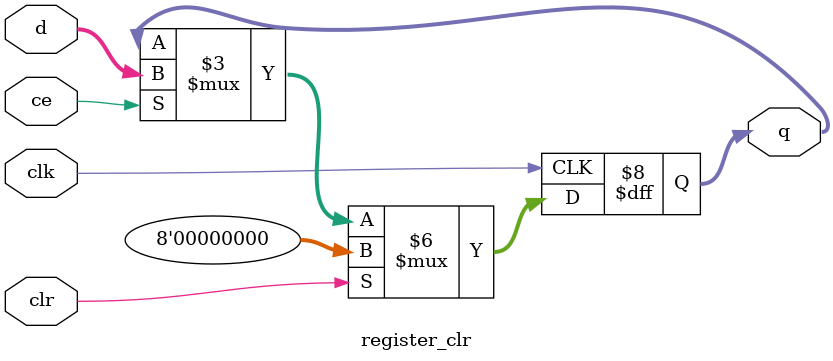
<source format=v>
module register_clr #(
    parameter W = 8 
)
(
    input               clk   ,
    input               ce    ,
    input               clr   ,
    input      [W-1:0]  d     ,
    output reg [W-1:0]  q = 0
);

always @(posedge clk)
    if (clr)
        q <= {W{1'd0}};
    else if (ce)    
        q <= d;

endmodule
</source>
